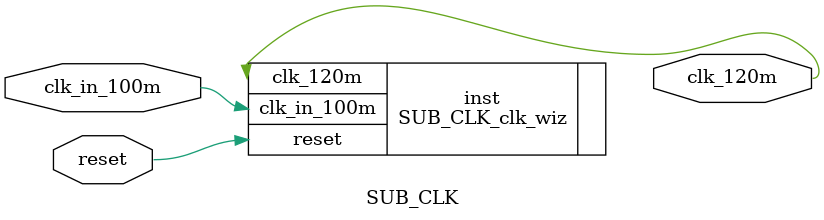
<source format=v>


`timescale 1ps/1ps

(* CORE_GENERATION_INFO = "SUB_CLK,clk_wiz_v5_3_3_0,{component_name=SUB_CLK,use_phase_alignment=true,use_min_o_jitter=false,use_max_i_jitter=false,use_dyn_phase_shift=false,use_inclk_switchover=false,use_dyn_reconfig=false,enable_axi=0,feedback_source=FDBK_AUTO,PRIMITIVE=PLL,num_out_clk=1,clkin1_period=10.0,clkin2_period=10.0,use_power_down=false,use_reset=true,use_locked=false,use_inclk_stopped=false,feedback_type=SINGLE,CLOCK_MGR_TYPE=NA,manual_override=false}" *)

module SUB_CLK 
 (
  // Clock out ports
  output        clk_120m,
  // Status and control signals
  input         reset,
 // Clock in ports
  input         clk_in_100m
 );

  SUB_CLK_clk_wiz inst
  (
  // Clock out ports  
  .clk_120m(clk_120m),
  // Status and control signals               
  .reset(reset), 
 // Clock in ports
  .clk_in_100m(clk_in_100m)
  );

endmodule

</source>
